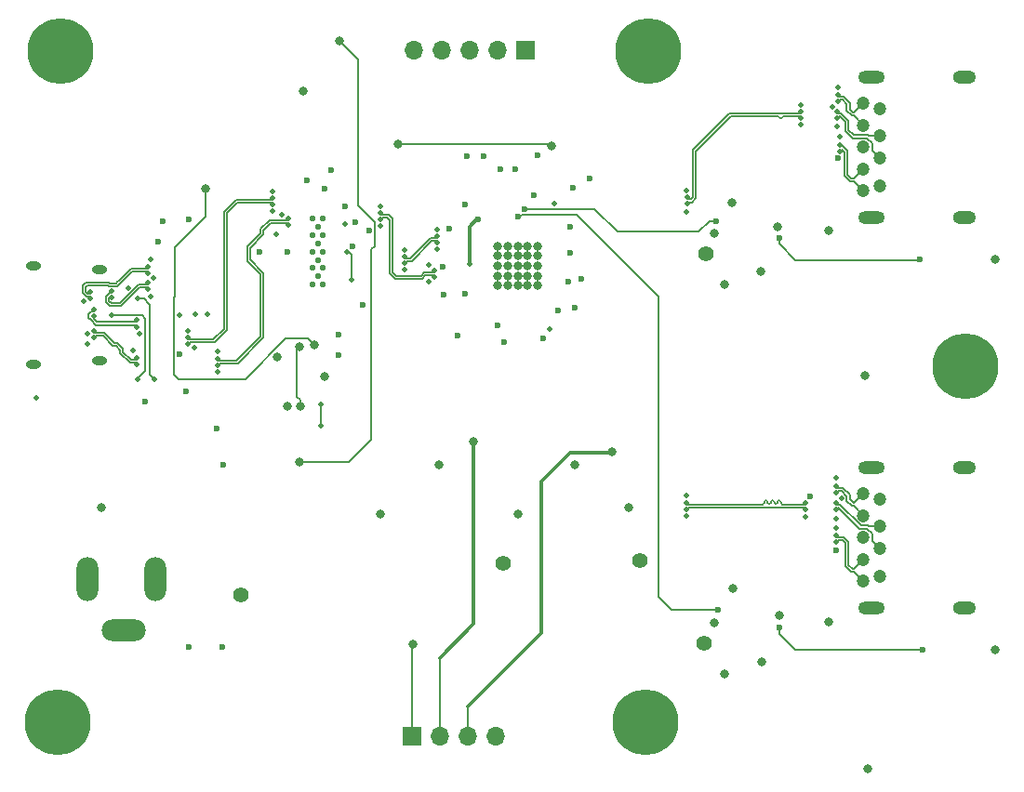
<source format=gbr>
%TF.GenerationSoftware,KiCad,Pcbnew,(6.0.11)*%
%TF.CreationDate,2023-09-13T18:41:32-04:00*%
%TF.ProjectId,USB-C-Hub,5553422d-432d-4487-9562-2e6b69636164,1.0*%
%TF.SameCoordinates,Original*%
%TF.FileFunction,Copper,L4,Bot*%
%TF.FilePolarity,Positive*%
%FSLAX46Y46*%
G04 Gerber Fmt 4.6, Leading zero omitted, Abs format (unit mm)*
G04 Created by KiCad (PCBNEW (6.0.11)) date 2023-09-13 18:41:32*
%MOMM*%
%LPD*%
G01*
G04 APERTURE LIST*
%TA.AperFunction,ComponentPad*%
%ADD10C,0.800000*%
%TD*%
%TA.AperFunction,ComponentPad*%
%ADD11C,6.000000*%
%TD*%
%TA.AperFunction,ComponentPad*%
%ADD12C,1.200000*%
%TD*%
%TA.AperFunction,ComponentPad*%
%ADD13O,2.100000X1.200000*%
%TD*%
%TA.AperFunction,ComponentPad*%
%ADD14O,2.400000X1.200000*%
%TD*%
%TA.AperFunction,ComponentPad*%
%ADD15C,0.560000*%
%TD*%
%TA.AperFunction,ComponentPad*%
%ADD16R,1.700000X1.700000*%
%TD*%
%TA.AperFunction,ComponentPad*%
%ADD17O,1.700000X1.700000*%
%TD*%
%TA.AperFunction,ComponentPad*%
%ADD18O,1.400000X0.800000*%
%TD*%
%TA.AperFunction,ComponentPad*%
%ADD19O,2.000000X4.000000*%
%TD*%
%TA.AperFunction,ComponentPad*%
%ADD20O,4.000000X2.000000*%
%TD*%
%TA.AperFunction,ViaPad*%
%ADD21C,0.600000*%
%TD*%
%TA.AperFunction,ViaPad*%
%ADD22C,0.460000*%
%TD*%
%TA.AperFunction,ViaPad*%
%ADD23C,0.800000*%
%TD*%
%TA.AperFunction,ViaPad*%
%ADD24C,1.400000*%
%TD*%
%TA.AperFunction,Conductor*%
%ADD25C,0.200000*%
%TD*%
%TA.AperFunction,Conductor*%
%ADD26C,0.300000*%
%TD*%
%TA.AperFunction,Conductor*%
%ADD27C,0.350000*%
%TD*%
%TA.AperFunction,Conductor*%
%ADD28C,0.175000*%
%TD*%
G04 APERTURE END LIST*
D10*
%TO.P,H5,1,1*%
%TO.N,GND*%
X136809010Y-61590990D03*
X136809010Y-58409010D03*
X140650000Y-60000000D03*
X139990990Y-58409010D03*
X139990990Y-61590990D03*
D11*
X138400000Y-60000000D03*
D10*
X138400000Y-57750000D03*
X138400000Y-62250000D03*
X136150000Y-60000000D03*
%TD*%
%TO.P,H2,1,1*%
%TO.N,GND*%
X107230000Y-31300000D03*
X109480000Y-33550000D03*
X111730000Y-31300000D03*
X107889010Y-29709010D03*
X107889010Y-32890990D03*
X111070990Y-29709010D03*
X109480000Y-29050000D03*
D11*
X109480000Y-31300000D03*
D10*
X111070990Y-32890990D03*
%TD*%
%TO.P,H3,1,1*%
%TO.N,GND*%
X54129010Y-90859010D03*
X57970000Y-92450000D03*
X57310990Y-90859010D03*
X54129010Y-94040990D03*
D11*
X55720000Y-92450000D03*
D10*
X53470000Y-92450000D03*
X55720000Y-90200000D03*
X55720000Y-94700000D03*
X57310990Y-94040990D03*
%TD*%
D12*
%TO.P,J2,1,VBUS*%
%TO.N,/USBA_VBUS_PORT1*%
X130570000Y-79090000D03*
%TO.P,J2,2,D-*%
%TO.N,/PORT1_D-*%
X130570000Y-76590000D03*
%TO.P,J2,3,D+*%
%TO.N,/PORT1_D+*%
X130570000Y-74590000D03*
%TO.P,J2,4,GND*%
%TO.N,GND*%
X130570000Y-72090000D03*
%TO.P,J2,5,SSRX-*%
%TO.N,/PORT1_RX-*%
X129070000Y-71590000D03*
%TO.P,J2,6,SSRX+*%
%TO.N,/PORT1_RX+*%
X129070000Y-73590000D03*
%TO.P,J2,7,DRAIN*%
%TO.N,GND*%
X129070000Y-75590000D03*
%TO.P,J2,8,SSTX-*%
%TO.N,/PORT1_TX-*%
X129070000Y-77590000D03*
%TO.P,J2,9,SSTX+*%
%TO.N,/PORT1_TX+*%
X129070000Y-79590000D03*
D13*
%TO.P,J2,10,SHIELD*%
%TO.N,GND*%
X138320000Y-69190000D03*
D14*
X129820000Y-81990000D03*
X129820000Y-69190000D03*
D13*
X138320000Y-81990000D03*
%TD*%
D12*
%TO.P,J3,1,VBUS*%
%TO.N,/USBA_VBUS_PORT2*%
X130570000Y-43530000D03*
%TO.P,J3,2,D-*%
%TO.N,/PORT2_D-*%
X130570000Y-41030000D03*
%TO.P,J3,3,D+*%
%TO.N,/PORT2_D+*%
X130570000Y-39030000D03*
%TO.P,J3,4,GND*%
%TO.N,GND*%
X130570000Y-36530000D03*
%TO.P,J3,5,SSRX-*%
%TO.N,/PORT2_RX-*%
X129070000Y-36030000D03*
%TO.P,J3,6,SSRX+*%
%TO.N,/PORT2_RX+*%
X129070000Y-38030000D03*
%TO.P,J3,7,DRAIN*%
%TO.N,GND*%
X129070000Y-40030000D03*
%TO.P,J3,8,SSTX-*%
%TO.N,/PORT2_TX-*%
X129070000Y-42030000D03*
%TO.P,J3,9,SSTX+*%
%TO.N,/PORT2_TX+*%
X129070000Y-44030000D03*
D13*
%TO.P,J3,10,SHIELD*%
%TO.N,GND*%
X138320000Y-46430000D03*
D14*
X129820000Y-33630000D03*
X129820000Y-46430000D03*
D13*
X138320000Y-33630000D03*
%TD*%
D15*
%TO.P,U3,E1,TP*%
%TO.N,GND*%
X79920000Y-52550000D03*
%TO.P,U3,E2,TP*%
X79920000Y-51050000D03*
%TO.P,U3,E3,TP*%
X79920000Y-49550000D03*
%TO.P,U3,E4,TP*%
X79920000Y-48050000D03*
%TO.P,U3,E5,TP*%
X79920000Y-46550000D03*
%TO.P,U3,E6,TP*%
X79420000Y-51800000D03*
%TO.P,U3,E7,TP*%
X79420000Y-50300000D03*
%TO.P,U3,E8,TP*%
X79420000Y-48800000D03*
%TO.P,U3,E9,TP*%
X79420000Y-47300000D03*
%TO.P,U3,E10,TP*%
X78920000Y-52550000D03*
%TO.P,U3,E11,TP*%
X78920000Y-51050000D03*
%TO.P,U3,E12,TP*%
X78920000Y-49550000D03*
%TO.P,U3,E13,TP*%
X78920000Y-48050000D03*
%TO.P,U3,E14,TP*%
X78920000Y-46550000D03*
%TD*%
D10*
%TO.P,H1,1,1*%
%TO.N,GND*%
X53750000Y-31300000D03*
X57590990Y-32890990D03*
X54409010Y-32890990D03*
X56000000Y-29050000D03*
X58250000Y-31300000D03*
X56000000Y-33550000D03*
D11*
X56000000Y-31300000D03*
D10*
X57590990Y-29709010D03*
X54409010Y-29709010D03*
%TD*%
D16*
%TO.P,J6,1,Pin_1*%
%TO.N,SPI_CLK{slash}SMCLK*%
X98360000Y-31165000D03*
D17*
%TO.P,J6,2,Pin_2*%
%TO.N,SPI_DO{slash}SMDAT*%
X95820000Y-31165000D03*
%TO.P,J6,3,Pin_3*%
%TO.N,SPI_DI{slash}CFG_BC_EN*%
X93280000Y-31165000D03*
%TO.P,J6,4,Pin_4*%
%TO.N,SPI_CE_EN{slash}CFG_NOM_REM*%
X90740000Y-31165000D03*
%TO.P,J6,5,Pin_5*%
%TO.N,RESET_N*%
X88200000Y-31165000D03*
%TD*%
D18*
%TO.P,J1,S1,SHIELD*%
%TO.N,Earth*%
X53580000Y-50860000D03*
X53580000Y-59840000D03*
X59530000Y-51220000D03*
X59530000Y-59480000D03*
%TD*%
D16*
%TO.P,J5,1,Pin_1*%
%TO.N,+5VD*%
X88000000Y-93675000D03*
D17*
%TO.P,J5,2,Pin_2*%
%TO.N,+3V3*%
X90540000Y-93675000D03*
%TO.P,J5,3,Pin_3*%
%TO.N,+1V2*%
X93080000Y-93675000D03*
%TO.P,J5,4,Pin_4*%
%TO.N,GND*%
X95620000Y-93675000D03*
%TD*%
D10*
%TO.P,H4,1,1*%
%TO.N,GND*%
X109300000Y-90150000D03*
X107709010Y-93990990D03*
X107050000Y-92400000D03*
X110890990Y-93990990D03*
X109300000Y-94650000D03*
X110890990Y-90809010D03*
X111550000Y-92400000D03*
X107709010Y-90809010D03*
D11*
X109300000Y-92400000D03*
%TD*%
D19*
%TO.P,J4,1*%
%TO.N,+5V*%
X64600000Y-79400000D03*
D20*
%TO.P,J4,2*%
%TO.N,GND*%
X61800000Y-84000000D03*
D19*
%TO.P,J4,3*%
X58500000Y-79400000D03*
%TD*%
D21*
%TO.N,GND*%
X67700000Y-85600000D03*
D22*
X53820000Y-62850000D03*
D21*
X92820000Y-45250000D03*
D22*
X90270000Y-47550000D03*
X126720000Y-38150000D03*
D21*
X70200000Y-65700000D03*
D23*
X98520000Y-52650000D03*
D21*
X81920000Y-45450000D03*
D22*
X126620000Y-70150000D03*
X70320000Y-58650000D03*
X70320000Y-60500000D03*
D23*
X107750000Y-72850000D03*
X85120000Y-73450000D03*
D21*
X92170000Y-57200000D03*
D23*
X95820000Y-51750000D03*
X97620000Y-49050000D03*
X96720000Y-51750000D03*
D21*
X80620000Y-42150000D03*
D22*
X87370000Y-49400000D03*
D23*
X95820000Y-52650000D03*
D22*
X58420000Y-57050000D03*
X62620000Y-58550000D03*
X75320000Y-44050000D03*
D21*
X82620000Y-49050000D03*
D23*
X99420000Y-49950000D03*
X97620000Y-52650000D03*
D21*
X90920000Y-53450000D03*
D22*
X126920000Y-39050000D03*
D21*
X84094000Y-47650000D03*
D22*
X89520000Y-50800000D03*
D23*
X96720000Y-49950000D03*
D22*
X64470000Y-51950000D03*
D21*
X102420000Y-47250000D03*
D22*
X58120000Y-54050000D03*
X66820000Y-55350000D03*
D23*
X96720000Y-50850000D03*
D21*
X90820000Y-50950000D03*
D22*
X126251360Y-36351653D03*
D21*
X104220000Y-42850000D03*
D23*
X98520000Y-51750000D03*
D21*
X99920000Y-57450000D03*
D23*
X96720000Y-52650000D03*
D22*
X123820000Y-73750000D03*
D23*
X90420000Y-68950000D03*
D22*
X63220000Y-57050000D03*
D23*
X98520000Y-49950000D03*
X119820000Y-86950000D03*
X97620000Y-50850000D03*
D22*
X123420000Y-38000000D03*
D23*
X99420000Y-50850000D03*
D22*
X126820000Y-34550000D03*
D21*
X65320000Y-46750000D03*
X96420000Y-57750000D03*
D23*
X116420000Y-52550000D03*
D22*
X126620000Y-73850000D03*
X64220000Y-53650000D03*
X81878775Y-47001414D03*
X69420000Y-55250000D03*
D23*
X97620000Y-49950000D03*
X99420000Y-51750000D03*
D22*
X75620000Y-47950000D03*
X113020000Y-43950000D03*
D23*
X129520000Y-96650000D03*
X99420000Y-49050000D03*
D22*
X113020000Y-73600000D03*
X67620000Y-56750000D03*
D21*
X78420000Y-43050000D03*
D22*
X68170000Y-58300000D03*
X126620000Y-74750000D03*
D21*
X66820000Y-58850000D03*
D23*
X98520000Y-50850000D03*
D21*
X99420000Y-40750000D03*
D23*
X97620000Y-51750000D03*
D22*
X58470000Y-58000000D03*
X62212352Y-52842352D03*
X127120000Y-72050000D03*
X113020000Y-45950000D03*
D23*
X98520000Y-49050000D03*
X97620000Y-73450000D03*
X121320000Y-47250000D03*
D21*
X70700000Y-85600000D03*
D23*
X141120000Y-85850000D03*
D22*
X64220000Y-50250000D03*
X68318511Y-55215379D03*
D21*
X81320000Y-57150000D03*
D23*
X96720000Y-49050000D03*
D22*
X113020000Y-71800000D03*
D23*
X129220000Y-60850000D03*
D21*
X70820000Y-68950000D03*
D23*
X75720000Y-59150000D03*
D21*
X81320000Y-58950000D03*
D23*
X80020000Y-60950000D03*
X125920000Y-47650000D03*
D21*
X67420000Y-62250000D03*
D22*
X87370000Y-51200000D03*
D21*
X74120000Y-49550000D03*
D23*
X115520000Y-47850000D03*
D21*
X64920000Y-48650000D03*
D23*
X78120000Y-34950000D03*
D22*
X76120000Y-46223500D03*
X89520000Y-52293500D03*
X100920000Y-45140117D03*
D23*
X116445300Y-87975300D03*
D21*
X126820000Y-41050000D03*
D23*
X95820000Y-49050000D03*
D21*
X126620000Y-76750000D03*
D22*
X75320000Y-45850000D03*
D21*
X93020000Y-40850000D03*
D22*
X85120000Y-45400000D03*
D23*
X125920000Y-83250000D03*
D22*
X123420000Y-36213497D03*
D23*
X95820000Y-49950000D03*
X59700000Y-72830000D03*
D21*
X103400001Y-52030001D03*
D23*
X121420000Y-82650000D03*
D21*
X94520000Y-40850000D03*
X63720000Y-63250000D03*
D23*
X95820000Y-50850000D03*
X99420000Y-52650000D03*
X115520000Y-83350000D03*
D21*
X67720000Y-46650000D03*
D22*
X85120000Y-47200000D03*
D21*
X124220000Y-71850000D03*
X101320000Y-54950000D03*
D23*
X102820000Y-68950000D03*
X141120000Y-50250000D03*
X119720000Y-51350000D03*
D22*
X90270000Y-49350000D03*
D23*
%TO.N,/VBUS_Host_Filt*%
X69220000Y-43850000D03*
X100720000Y-39950000D03*
X86720000Y-39750000D03*
X79120000Y-58050000D03*
%TO.N,+5VD*%
X88100000Y-85300000D03*
D24*
X96320000Y-77950000D03*
D23*
X81420000Y-30350000D03*
X77820000Y-63650000D03*
X77720000Y-68750000D03*
D24*
X72400000Y-80800000D03*
D23*
X117120000Y-45050000D03*
X117200000Y-80200000D03*
D24*
X114620000Y-85250000D03*
X114720000Y-49750000D03*
D23*
X76620000Y-63650000D03*
X77720000Y-58250000D03*
D24*
X108720000Y-77650000D03*
D21*
%TO.N,+1V2*%
X99120000Y-44450000D03*
X95820000Y-56250000D03*
D22*
X93220000Y-50650000D03*
X100545000Y-56575000D03*
D21*
X102820001Y-54650000D03*
D23*
X106220000Y-67750000D03*
D21*
X102420001Y-49650000D03*
X94020001Y-46650000D03*
%TO.N,+3V3*%
X97420000Y-42050000D03*
X102620000Y-43750000D03*
X92820000Y-53350000D03*
X96020000Y-42050000D03*
X83520000Y-54400000D03*
X76620000Y-49550000D03*
X80020000Y-43850000D03*
X102220000Y-52250000D03*
X91420000Y-47450000D03*
X82820000Y-46850000D03*
D23*
X93620000Y-66850000D03*
D22*
%TO.N,/TX1+*%
X63920000Y-53000000D03*
X60670000Y-53150000D03*
%TO.N,/TX1-*%
X63920000Y-52400000D03*
X60670000Y-53750000D03*
D21*
%TO.N,PRT_CTL2*%
X115725000Y-46750000D03*
X98220000Y-45666617D03*
%TO.N,PRT_CTL1*%
X97620000Y-46350000D03*
X115820000Y-82150000D03*
%TO.N,VBUS_PORT1*%
X134520000Y-85850000D03*
X121420000Y-83750000D03*
%TO.N,VBUS_PORT2*%
X121420000Y-48350000D03*
X134220000Y-50250000D03*
D22*
%TO.N,/CC1*%
X63070000Y-53850000D03*
X64520000Y-61150000D03*
%TO.N,/RX2-*%
X67620000Y-57400000D03*
X75320000Y-44650000D03*
%TO.N,/RX2+*%
X75320000Y-45250000D03*
X67620000Y-58000000D03*
%TO.N,/TX2+*%
X59020000Y-57400000D03*
X62920000Y-59850000D03*
%TO.N,/TX2-*%
X62920000Y-59250000D03*
X59020000Y-56800000D03*
%TO.N,/CC2*%
X63020000Y-61150000D03*
X60620000Y-55350000D03*
%TO.N,/RX1-*%
X63920000Y-50900000D03*
X58720000Y-53800000D03*
%TO.N,/RX1+*%
X63920000Y-51500000D03*
X58720000Y-53200000D03*
%TO.N,/Plug Orientation*%
X82120000Y-49550000D03*
X82520000Y-52150000D03*
%TO.N,/BD+*%
X59020000Y-55400000D03*
X62920000Y-55800000D03*
%TO.N,/BD-*%
X62920000Y-56400000D03*
X59020000Y-54800000D03*
%TO.N,/HOST_D+*%
X90270000Y-48150000D03*
X87370000Y-50000000D03*
%TO.N,/HOST_D-*%
X87370000Y-50600000D03*
X90270000Y-48750000D03*
%TO.N,/HOST_RX+*%
X90020000Y-51900000D03*
X85120000Y-46600000D03*
%TO.N,/HOST_RX-*%
X90020000Y-51300000D03*
X85120000Y-46000000D03*
%TO.N,/CTX2-*%
X70320000Y-59275000D03*
X76745000Y-46500000D03*
%TO.N,/CTX2+*%
X70320000Y-59875000D03*
X76745000Y-47100000D03*
%TO.N,Net-(R10-Pad1)*%
X79720000Y-63450000D03*
X79720000Y-65450000D03*
%TO.N,/PORT1_TX-*%
X126620000Y-75400000D03*
%TO.N,/PORT1_TX+*%
X126620000Y-76000000D03*
%TO.N,/PORT2_TX-*%
X126920000Y-39800000D03*
%TO.N,/PORT2_TX+*%
X126920000Y-40400000D03*
%TO.N,/PORT1_D-*%
X126620000Y-73000000D03*
X113020000Y-73000000D03*
X123820000Y-73000000D03*
%TO.N,/PORT1_D+*%
X126620000Y-72400000D03*
X113020000Y-72400000D03*
X123820000Y-72400000D03*
%TO.N,/PORT1_RX-*%
X126620000Y-70900000D03*
%TO.N,/PORT1_RX+*%
X126620000Y-71500000D03*
%TO.N,/PORT2_D-*%
X113086250Y-45216250D03*
X123420000Y-37400000D03*
X126720000Y-37400000D03*
%TO.N,/PORT2_D+*%
X113086250Y-44616250D03*
X126720000Y-36800000D03*
X123420000Y-36800000D03*
%TO.N,/PORT2_RX-*%
X126820000Y-35300000D03*
%TO.N,/PORT2_RX+*%
X126820000Y-35900000D03*
%TD*%
D25*
%TO.N,/VBUS_Host_Filt*%
X100720000Y-39950000D02*
X100520000Y-39750000D01*
X69220000Y-43850000D02*
X69220000Y-46350000D01*
X69220000Y-46350000D02*
X66420000Y-49150000D01*
X66420000Y-53623000D02*
X66293000Y-53750000D01*
X66720000Y-61150000D02*
X72833288Y-61150000D01*
X66420000Y-49150000D02*
X66420000Y-53623000D01*
X66293000Y-53750000D02*
X66293000Y-60723000D01*
X78520000Y-57450000D02*
X79120000Y-58050000D01*
X76533288Y-57450000D02*
X78520000Y-57450000D01*
X100520000Y-39750000D02*
X86720000Y-39750000D01*
X66293000Y-60723000D02*
X66720000Y-61150000D01*
X72833288Y-61150000D02*
X76533288Y-57450000D01*
%TO.N,+5VD*%
X77720000Y-58250000D02*
X77520000Y-58450000D01*
X84320000Y-66650000D02*
X84320000Y-49350000D01*
X84620500Y-49049500D02*
X84620500Y-46850500D01*
X77520000Y-62750000D02*
X77820000Y-63050000D01*
X84320000Y-49350000D02*
X84620500Y-49049500D01*
X77520000Y-58450000D02*
X77520000Y-62750000D01*
X84620500Y-46850500D02*
X83120000Y-45350000D01*
X83120000Y-32050000D02*
X81420000Y-30350000D01*
X82220000Y-68750000D02*
X84320000Y-66650000D01*
X88000000Y-85400000D02*
X88000000Y-93675000D01*
X83120000Y-45350000D02*
X83120000Y-32050000D01*
X77820000Y-63050000D02*
X77820000Y-63650000D01*
X88100000Y-85300000D02*
X88000000Y-85400000D01*
X77720000Y-68750000D02*
X82220000Y-68750000D01*
D26*
%TO.N,+1V2*%
X106070000Y-67900000D02*
X102400000Y-67900000D01*
X106220000Y-67750000D02*
X106070000Y-67900000D01*
D27*
X93820000Y-46650000D02*
X93220000Y-47250000D01*
D26*
X99800000Y-70500000D02*
X99800000Y-84300000D01*
X102400000Y-67900000D02*
X99800000Y-70500000D01*
X99800000Y-84300000D02*
X93080000Y-91020000D01*
D27*
X94020001Y-46650000D02*
X93820000Y-46650000D01*
X93220000Y-47250000D02*
X93220000Y-50650000D01*
D25*
X93080000Y-91020000D02*
X93080000Y-93675000D01*
%TO.N,+3V3*%
X90540000Y-86560000D02*
X90540000Y-93675000D01*
D26*
X93620000Y-83480000D02*
X90540000Y-86560000D01*
X93620000Y-66850000D02*
X93620000Y-83480000D01*
D28*
%TO.N,/TX1+*%
X60137500Y-53682500D02*
X60137500Y-54154884D01*
X60487124Y-53308500D02*
X60228500Y-53567124D01*
X60137500Y-54154884D02*
X60507725Y-54525109D01*
X60507725Y-54525109D02*
X61532275Y-54525109D01*
X60228500Y-53591500D02*
X60137500Y-53682500D01*
X60511500Y-53308500D02*
X60487124Y-53308500D01*
X60670000Y-53150000D02*
X60511500Y-53308500D01*
X63224884Y-52832500D02*
X63752500Y-52832500D01*
X61532275Y-54525109D02*
X63224884Y-52832500D01*
X60228500Y-53567124D02*
X60228500Y-53591500D01*
X63752500Y-52832500D02*
X63920000Y-53000000D01*
%TO.N,/TX1-*%
X60402500Y-54045116D02*
X60617493Y-54260109D01*
X61422507Y-54260109D02*
X63115116Y-52567500D01*
X63752500Y-52567500D02*
X63920000Y-52400000D01*
X60670000Y-53750000D02*
X60444767Y-53750000D01*
X63115116Y-52567500D02*
X63752500Y-52567500D01*
X60444767Y-53750000D02*
X60402500Y-53792267D01*
X60617493Y-54260109D02*
X61422507Y-54260109D01*
X60402500Y-53792267D02*
X60402500Y-54045116D01*
D25*
%TO.N,PRT_CTL2*%
X104636617Y-45666617D02*
X98220000Y-45666617D01*
X106720000Y-47750000D02*
X104636617Y-45666617D01*
X114120000Y-47750000D02*
X106720000Y-47750000D01*
X115725000Y-46750000D02*
X115120000Y-46750000D01*
X115120000Y-46750000D02*
X114120000Y-47750000D01*
%TO.N,PRT_CTL1*%
X110420000Y-80950000D02*
X110420000Y-53650000D01*
X110420000Y-53650000D02*
X102963617Y-46193617D01*
X102963617Y-46193617D02*
X98001709Y-46193617D01*
X97845326Y-46350000D02*
X97620000Y-46350000D01*
X115820000Y-82150000D02*
X111620000Y-82150000D01*
X111620000Y-82150000D02*
X110420000Y-80950000D01*
X98001709Y-46193617D02*
X97845326Y-46350000D01*
%TO.N,VBUS_PORT1*%
X122920000Y-85850000D02*
X121420000Y-84350000D01*
X121420000Y-84350000D02*
X121420000Y-83750000D01*
X134520000Y-85850000D02*
X122920000Y-85850000D01*
%TO.N,VBUS_PORT2*%
X134120000Y-50350000D02*
X122920000Y-50350000D01*
X122920000Y-50350000D02*
X121420000Y-48850000D01*
X134220000Y-50250000D02*
X134120000Y-50350000D01*
X121420000Y-48850000D02*
X121420000Y-48350000D01*
%TO.N,/CC1*%
X64120000Y-54350000D02*
X64120000Y-60750000D01*
X64120000Y-60750000D02*
X64520000Y-61150000D01*
D28*
X63070000Y-53850000D02*
X63620000Y-53850000D01*
X63620000Y-53850000D02*
X64070000Y-54300000D01*
D25*
X64070000Y-54300000D02*
X64120000Y-54350000D01*
D28*
%TO.N,/RX2-*%
X70887500Y-56595116D02*
X70887500Y-45895116D01*
X71965116Y-44817500D02*
X75152500Y-44817500D01*
X67620000Y-57400000D02*
X67787500Y-57567500D01*
X67787500Y-57567500D02*
X69915116Y-57567500D01*
X69915116Y-57567500D02*
X70887500Y-56595116D01*
X75152500Y-44817500D02*
X75320000Y-44650000D01*
X70887500Y-45895116D02*
X71965116Y-44817500D01*
%TO.N,/RX2+*%
X75152500Y-45082500D02*
X75320000Y-45250000D01*
X71152500Y-56704884D02*
X71152500Y-46004884D01*
X67620000Y-58000000D02*
X67787500Y-57832500D01*
X72074884Y-45082500D02*
X75152500Y-45082500D01*
X67787500Y-57832500D02*
X70024884Y-57832500D01*
X71152500Y-46004884D02*
X72074884Y-45082500D01*
X70024884Y-57832500D02*
X71152500Y-56704884D01*
%TO.N,/TX2+*%
X61056073Y-58133500D02*
X61446500Y-58523927D01*
X59020000Y-57400000D02*
X59187500Y-57232500D01*
X60766116Y-58133500D02*
X61056073Y-58133500D01*
X62315116Y-59682500D02*
X62752500Y-59682500D01*
X59187500Y-57232500D02*
X59865116Y-57232500D01*
X61446500Y-58523927D02*
X61446500Y-58813884D01*
X59865116Y-57232500D02*
X60766116Y-58133500D01*
X61446500Y-58813884D02*
X62315116Y-59682500D01*
X62752500Y-59682500D02*
X62920000Y-59850000D01*
%TO.N,/TX2-*%
X59974884Y-56967500D02*
X60875903Y-57868519D01*
X61711481Y-58414168D02*
X61711481Y-58704097D01*
X60875903Y-57868519D02*
X61165832Y-57868519D01*
X61711481Y-58704097D02*
X62424884Y-59417500D01*
X59020000Y-56800000D02*
X59187500Y-56967500D01*
X62752500Y-59417500D02*
X62920000Y-59250000D01*
X61165832Y-57868519D02*
X61711481Y-58414168D01*
X62424884Y-59417500D02*
X62752500Y-59417500D01*
X59187500Y-56967500D02*
X59974884Y-56967500D01*
%TO.N,/CC2*%
X63720000Y-60450000D02*
X63320000Y-60850000D01*
D25*
X63020000Y-61150000D02*
X63320000Y-60850000D01*
D28*
X63420000Y-55350000D02*
X63720000Y-55650000D01*
X60620000Y-55350000D02*
X63420000Y-55350000D01*
X63720000Y-55650000D02*
X63720000Y-60450000D01*
%TO.N,/RX1-*%
X58338679Y-53632500D02*
X58037500Y-53331321D01*
X61115116Y-52367500D02*
X61387500Y-52095116D01*
X62405075Y-51067500D02*
X63752500Y-51067500D01*
X58720000Y-53800000D02*
X58552500Y-53632500D01*
X58320936Y-52367500D02*
X60454925Y-52367500D01*
X58037500Y-53331321D02*
X58037500Y-52650936D01*
X60454925Y-52367500D02*
X60503926Y-52416501D01*
X61387500Y-52095116D02*
X61387500Y-52085075D01*
X60503926Y-52416501D02*
X61056074Y-52416501D01*
X61056074Y-52416501D02*
X61105075Y-52367500D01*
X61387500Y-52085075D02*
X62405075Y-51067500D01*
X61105075Y-52367500D02*
X61115116Y-52367500D01*
X63752500Y-51067500D02*
X63920000Y-50900000D01*
X58552500Y-53632500D02*
X58338679Y-53632500D01*
X58037500Y-52650936D02*
X58320936Y-52367500D01*
%TO.N,/RX1+*%
X58302500Y-53221553D02*
X58302500Y-52760704D01*
X62514815Y-51332500D02*
X63752500Y-51332500D01*
X61214815Y-52632500D02*
X61224884Y-52632500D01*
X63752500Y-51332500D02*
X63920000Y-51500000D01*
X58552500Y-53367500D02*
X58448447Y-53367500D01*
X60394167Y-52681482D02*
X61165833Y-52681482D01*
X61652500Y-52204884D02*
X61652500Y-52194815D01*
X58430704Y-52632500D02*
X60345185Y-52632500D01*
X61652500Y-52194815D02*
X62514815Y-51332500D01*
X58302500Y-52760704D02*
X58430704Y-52632500D01*
X58720000Y-53200000D02*
X58552500Y-53367500D01*
X61224884Y-52632500D02*
X61652500Y-52204884D01*
X58448447Y-53367500D02*
X58302500Y-53221553D01*
X61165833Y-52681482D02*
X61214815Y-52632500D01*
X60345185Y-52632500D02*
X60394167Y-52681482D01*
D25*
%TO.N,/Plug Orientation*%
X82520000Y-52150000D02*
X82520000Y-49850000D01*
X82220000Y-49550000D02*
X82120000Y-49550000D01*
X82520000Y-49850000D02*
X82220000Y-49550000D01*
D28*
%TO.N,/BD+*%
X59315381Y-55960381D02*
X59315381Y-55967500D01*
X59315381Y-55967500D02*
X62752500Y-55967500D01*
X59020000Y-55400000D02*
X59020000Y-55665000D01*
X59020000Y-55665000D02*
X59315381Y-55960381D01*
X62752500Y-55967500D02*
X62920000Y-55800000D01*
%TO.N,/BD-*%
X58755000Y-55781887D02*
X59205613Y-56232500D01*
X62752500Y-56232500D02*
X62920000Y-56400000D01*
X58578500Y-55582876D02*
X58755000Y-55759376D01*
X58755000Y-55759376D02*
X58755000Y-55781887D01*
X58861500Y-54958500D02*
X58837124Y-54958500D01*
X58578500Y-55217124D02*
X58578500Y-55582876D01*
X58837124Y-54958500D02*
X58578500Y-55217124D01*
X59205613Y-56232500D02*
X62752500Y-56232500D01*
X59020000Y-54800000D02*
X58861500Y-54958500D01*
%TO.N,/HOST_D+*%
X87370000Y-50000000D02*
X87537500Y-50167500D01*
X87865116Y-50167500D02*
X89715116Y-48317500D01*
X89715116Y-48317500D02*
X90102500Y-48317500D01*
X90102500Y-48317500D02*
X90270000Y-48150000D01*
X87537500Y-50167500D02*
X87865116Y-50167500D01*
%TO.N,/HOST_D-*%
X87537500Y-50432500D02*
X87974884Y-50432500D01*
X87370000Y-50600000D02*
X87537500Y-50432500D01*
X90102500Y-48582500D02*
X90270000Y-48750000D01*
X87974884Y-50432500D02*
X89824884Y-48582500D01*
X89824884Y-48582500D02*
X90102500Y-48582500D01*
%TO.N,/HOST_RX+*%
X89224884Y-51732500D02*
X88924884Y-52032500D01*
X88924884Y-52032500D02*
X86465116Y-52032500D01*
X85287500Y-46432500D02*
X85120000Y-46600000D01*
X85747254Y-46432500D02*
X85287500Y-46432500D01*
X85987500Y-51554884D02*
X85987500Y-46672746D01*
X86465116Y-52032500D02*
X85987500Y-51554884D01*
X89852500Y-51732500D02*
X89224884Y-51732500D01*
X85987500Y-46672746D02*
X85747254Y-46432500D01*
X90020000Y-51900000D02*
X89852500Y-51732500D01*
%TO.N,/HOST_RX-*%
X85857022Y-46167500D02*
X85287500Y-46167500D01*
X88815116Y-51767500D02*
X86574884Y-51767500D01*
X89852500Y-51467500D02*
X89115116Y-51467500D01*
X86252500Y-51445116D02*
X86252500Y-46562978D01*
X86574884Y-51767500D02*
X86252500Y-51445116D01*
X86252500Y-46562978D02*
X85857022Y-46167500D01*
X90020000Y-51300000D02*
X89852500Y-51467500D01*
X85287500Y-46167500D02*
X85120000Y-46000000D01*
X89115116Y-51467500D02*
X88815116Y-51767500D01*
%TO.N,/CTX2-*%
X74187500Y-47495116D02*
X75015116Y-46667500D01*
X72987500Y-50404884D02*
X72987500Y-49095116D01*
X70320000Y-59275000D02*
X70487500Y-59442500D01*
X72987500Y-49095116D02*
X74187500Y-47895116D01*
X72040116Y-59442500D02*
X74187500Y-57295116D01*
X76577500Y-46667500D02*
X76745000Y-46500000D01*
X74187500Y-47895116D02*
X74187500Y-47495116D01*
X74187500Y-51604884D02*
X72987500Y-50404884D01*
X75015116Y-46667500D02*
X76577500Y-46667500D01*
X74187500Y-57295116D02*
X74187500Y-51604884D01*
X70487500Y-59442500D02*
X72040116Y-59442500D01*
%TO.N,/CTX2+*%
X73252500Y-49204884D02*
X74452500Y-48004884D01*
X74452500Y-57404884D02*
X74452500Y-51495116D01*
X76577500Y-46932500D02*
X76745000Y-47100000D01*
X70487500Y-59707500D02*
X72149884Y-59707500D01*
X74452500Y-48004884D02*
X74452500Y-47604884D01*
X75124884Y-46932500D02*
X76577500Y-46932500D01*
X74452500Y-47604884D02*
X75124884Y-46932500D01*
X70320000Y-59875000D02*
X70487500Y-59707500D01*
X72149884Y-59707500D02*
X74452500Y-57404884D01*
X74452500Y-51495116D02*
X73252500Y-50295116D01*
X73252500Y-50295116D02*
X73252500Y-49204884D01*
D25*
%TO.N,Net-(R10-Pad1)*%
X79720000Y-65450000D02*
X79720000Y-63550000D01*
D28*
%TO.N,/PORT1_TX-*%
X129070000Y-77590000D02*
X128202500Y-78457500D01*
X128202500Y-78457500D02*
X128114884Y-78457500D01*
X127752500Y-78095116D02*
X127752500Y-75995116D01*
X127324884Y-75567500D02*
X126787500Y-75567500D01*
X128114884Y-78457500D02*
X127752500Y-78095116D01*
X127752500Y-75995116D02*
X127324884Y-75567500D01*
X126787500Y-75567500D02*
X126620000Y-75400000D01*
%TO.N,/PORT1_TX+*%
X128005116Y-78722500D02*
X127487500Y-78204884D01*
X129070000Y-79590000D02*
X128202500Y-78722500D01*
X127487500Y-78204884D02*
X127487500Y-76104884D01*
X128202500Y-78722500D02*
X128005116Y-78722500D01*
X127215116Y-75832500D02*
X126787500Y-75832500D01*
X126787500Y-75832500D02*
X126620000Y-76000000D01*
X127487500Y-76104884D02*
X127215116Y-75832500D01*
%TO.N,/PORT2_TX-*%
X127652500Y-42545116D02*
X128004884Y-42897500D01*
X127652500Y-40385613D02*
X127652500Y-42545116D01*
X126920000Y-39800000D02*
X127087500Y-39967500D01*
X128004884Y-42897500D02*
X128202500Y-42897500D01*
X128202500Y-42897500D02*
X129070000Y-42030000D01*
X127234387Y-39967500D02*
X127652500Y-40385613D01*
X127087500Y-39967500D02*
X127234387Y-39967500D01*
%TO.N,/PORT2_TX+*%
X127895116Y-43162500D02*
X128202500Y-43162500D01*
X127387500Y-40495381D02*
X127387500Y-42654884D01*
X127087500Y-40232500D02*
X127124619Y-40232500D01*
X127124619Y-40232500D02*
X127387500Y-40495381D01*
X127387500Y-42654884D02*
X127895116Y-43162500D01*
X126920000Y-40400000D02*
X127087500Y-40232500D01*
X128202500Y-43162500D02*
X129070000Y-44030000D01*
%TO.N,/PORT1_D-*%
X126812500Y-72832500D02*
X128755500Y-74775500D01*
X113187500Y-72832500D02*
X123652500Y-72832500D01*
X113020000Y-73000000D02*
X113187500Y-72832500D01*
X128755500Y-74775500D02*
X129407377Y-74775500D01*
X123652500Y-72832500D02*
X123820000Y-73000000D01*
X129407377Y-74775500D02*
X129884500Y-75252623D01*
X129884500Y-75252623D02*
X129884500Y-75904500D01*
X126620000Y-73000000D02*
X126787500Y-72832500D01*
X126787500Y-72832500D02*
X126812500Y-72832500D01*
X129884500Y-75904500D02*
X130570000Y-76590000D01*
%TO.N,/PORT1_D+*%
X121587500Y-72417500D02*
X121587500Y-72332227D01*
X119937500Y-72567500D02*
X119887500Y-72567500D01*
X121287500Y-72332227D02*
X121287500Y-72417500D01*
X128865286Y-74510519D02*
X126922267Y-72567500D01*
X120687500Y-72332227D02*
X120687500Y-72417500D01*
X129596617Y-74590000D02*
X129517136Y-74510519D01*
X120387500Y-72417500D02*
X120387500Y-72332227D01*
X119887500Y-72567500D02*
X113187500Y-72567500D01*
X126787500Y-72567500D02*
X126922267Y-72567500D01*
X129517136Y-74510519D02*
X128865286Y-74510519D01*
X120987500Y-72417500D02*
X120987500Y-72332227D01*
X120087500Y-72332227D02*
X120087500Y-72417500D01*
X130570000Y-74590000D02*
X129596617Y-74590000D01*
X123820000Y-72400000D02*
X123652500Y-72567500D01*
X113187500Y-72567500D02*
X113020000Y-72400000D01*
X123652500Y-72567500D02*
X121737500Y-72567500D01*
X126620000Y-72400000D02*
X126787500Y-72567500D01*
X121137500Y-72567500D02*
G75*
G03*
X121287500Y-72417500I0J150000D01*
G01*
X120837500Y-72182200D02*
G75*
G02*
X120987500Y-72332227I0J-150000D01*
G01*
X119937500Y-72567500D02*
G75*
G03*
X120087500Y-72417500I0J150000D01*
G01*
X121587500Y-72417500D02*
G75*
G03*
X121737500Y-72567500I150000J0D01*
G01*
X121437500Y-72182200D02*
G75*
G02*
X121587500Y-72332227I0J-150000D01*
G01*
X120087527Y-72332227D02*
G75*
G02*
X120237500Y-72182227I149973J27D01*
G01*
X120537500Y-72567500D02*
G75*
G03*
X120687500Y-72417500I0J150000D01*
G01*
X120687527Y-72332227D02*
G75*
G02*
X120837500Y-72182227I149973J27D01*
G01*
X121287527Y-72332227D02*
G75*
G02*
X121437500Y-72182227I149973J27D01*
G01*
X120237500Y-72182200D02*
G75*
G02*
X120387500Y-72332227I0J-150000D01*
G01*
X120387500Y-72417500D02*
G75*
G03*
X120537500Y-72567500I150000J0D01*
G01*
X120987500Y-72417500D02*
G75*
G03*
X121137500Y-72567500I150000J0D01*
G01*
%TO.N,/PORT1_RX-*%
X126787500Y-71067500D02*
X127224884Y-71067500D01*
X127852500Y-72107500D02*
X128202500Y-72457500D01*
X128202500Y-72457500D02*
X129070000Y-71590000D01*
X127852500Y-71695116D02*
X127852500Y-72107500D01*
X127224884Y-71067500D02*
X127852500Y-71695116D01*
X126620000Y-70900000D02*
X126787500Y-71067500D01*
%TO.N,/PORT1_RX+*%
X127115116Y-71332500D02*
X126787500Y-71332500D01*
X127587500Y-71804884D02*
X127587500Y-72275116D01*
X127587500Y-72275116D02*
X128034884Y-72722500D01*
X126787500Y-71332500D02*
X126620000Y-71500000D01*
X128202500Y-72722500D02*
X129070000Y-73590000D01*
X128034884Y-72722500D02*
X128202500Y-72722500D01*
X127115116Y-71332500D02*
X127587500Y-71804884D01*
%TO.N,/PORT2_D-*%
X126887500Y-37232500D02*
X126965116Y-37232500D01*
X129884500Y-39692623D02*
X129884500Y-40344500D01*
X126720000Y-37400000D02*
X126887500Y-37232500D01*
X129884500Y-40344500D02*
X130570000Y-41030000D01*
X127487500Y-37754884D02*
X127487500Y-38604884D01*
X127487500Y-38604884D02*
X128098116Y-39215500D01*
X113852500Y-40404884D02*
X113852500Y-44679514D01*
X117024884Y-37232500D02*
X113852500Y-40404884D01*
X121706444Y-37328556D02*
X121706444Y-37328557D01*
X126965116Y-37232500D02*
X127487500Y-37754884D01*
X121610388Y-37424613D02*
X121537500Y-37424613D01*
X113253750Y-45048750D02*
X113086250Y-45216250D01*
X121272500Y-37232500D02*
X117024884Y-37232500D01*
X123420000Y-37400000D02*
X123252500Y-37232500D01*
X113852500Y-44679514D02*
X113483264Y-45048750D01*
X121441444Y-37328557D02*
X121441444Y-37328556D01*
X123252500Y-37232500D02*
X121802500Y-37232500D01*
X121345388Y-37232500D02*
X121272500Y-37232500D01*
X129407377Y-39215500D02*
X129884500Y-39692623D01*
X113483264Y-45048750D02*
X113253750Y-45048750D01*
X128098116Y-39215500D02*
X129407377Y-39215500D01*
X121706400Y-37328556D02*
G75*
G02*
X121802500Y-37232500I96100J-44D01*
G01*
X121441487Y-37328557D02*
G75*
G03*
X121537500Y-37424613I96013J-43D01*
G01*
X121345388Y-37232556D02*
G75*
G02*
X121441444Y-37328556I12J-96044D01*
G01*
X121610388Y-37424644D02*
G75*
G03*
X121706444Y-37328557I12J96044D01*
G01*
%TO.N,/PORT2_D+*%
X128207903Y-38950519D02*
X129517136Y-38950519D01*
X127074884Y-36967500D02*
X127752500Y-37645116D01*
X113373496Y-44783750D02*
X113587500Y-44569746D01*
X126720000Y-36800000D02*
X126887500Y-36967500D01*
X129596617Y-39030000D02*
X130570000Y-39030000D01*
X126887500Y-36967500D02*
X127074884Y-36967500D01*
X113587500Y-44569746D02*
X113587500Y-40295116D01*
X129517136Y-38950519D02*
X129596617Y-39030000D01*
X116915116Y-36967500D02*
X123252500Y-36967500D01*
X127752500Y-37645116D02*
X127752500Y-38495116D01*
X123252500Y-36967500D02*
X123420000Y-36800000D01*
X113253750Y-44783750D02*
X113373496Y-44783750D01*
X113587500Y-40295116D02*
X116915116Y-36967500D01*
X113086250Y-44616250D02*
X113253750Y-44783750D01*
X127752500Y-38495116D02*
X128207903Y-38950519D01*
%TO.N,/PORT2_RX-*%
X127324884Y-35467500D02*
X126987500Y-35467500D01*
X128202500Y-36897500D02*
X128154884Y-36897500D01*
X126987500Y-35467500D02*
X126820000Y-35300000D01*
X127852500Y-36595116D02*
X127852500Y-35995116D01*
X127852500Y-35995116D02*
X127324884Y-35467500D01*
X129070000Y-36030000D02*
X128202500Y-36897500D01*
X128154884Y-36897500D02*
X127852500Y-36595116D01*
%TO.N,/PORT2_RX+*%
X127587500Y-36104884D02*
X127215116Y-35732500D01*
X128202500Y-37162500D02*
X128045116Y-37162500D01*
X129070000Y-38030000D02*
X128202500Y-37162500D01*
X127587500Y-36704884D02*
X127587500Y-36104884D01*
X126987500Y-35732500D02*
X126820000Y-35900000D01*
X127215116Y-35732500D02*
X126987500Y-35732500D01*
X128045116Y-37162500D02*
X127587500Y-36704884D01*
%TD*%
M02*

</source>
